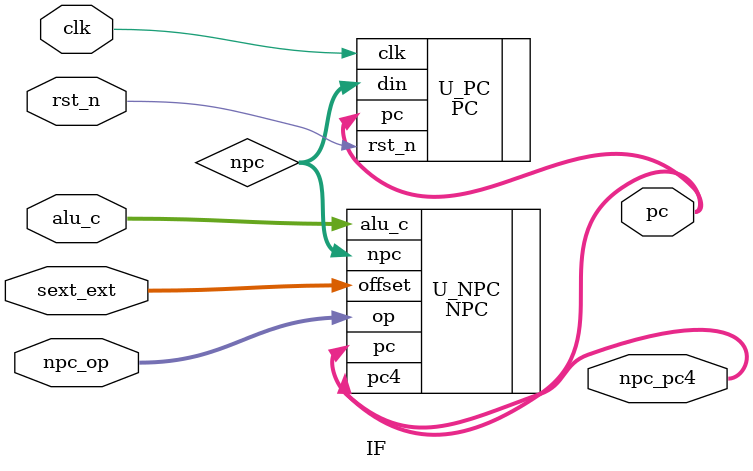
<source format=v>
`timescale 1ns / 1ps

`include "param.v"

module IF (
    input wire clk,
    input wire rst_n,
    input wire [1:0] npc_op,//¿ØÖÆÐÅºÅ
    input wire [31:0] sext_ext,
    input wire [31:0] alu_c,
    output wire [31:0] pc,
    output wire [31:0] npc_pc4
);

wire [31:0] npc;

NPC U_NPC (
    //input
    .op (npc_op),
    .pc (pc),
    .offset (sext_ext),
    .alu_c (alu_c),
    //output
    .npc (npc),
    .pc4 (npc_pc4)
);

PC U_PC (
    //input
    .clk (clk),
    .rst_n (rst_n),
    .din (npc),
    //output
    .pc (pc)
);

endmodule
</source>
